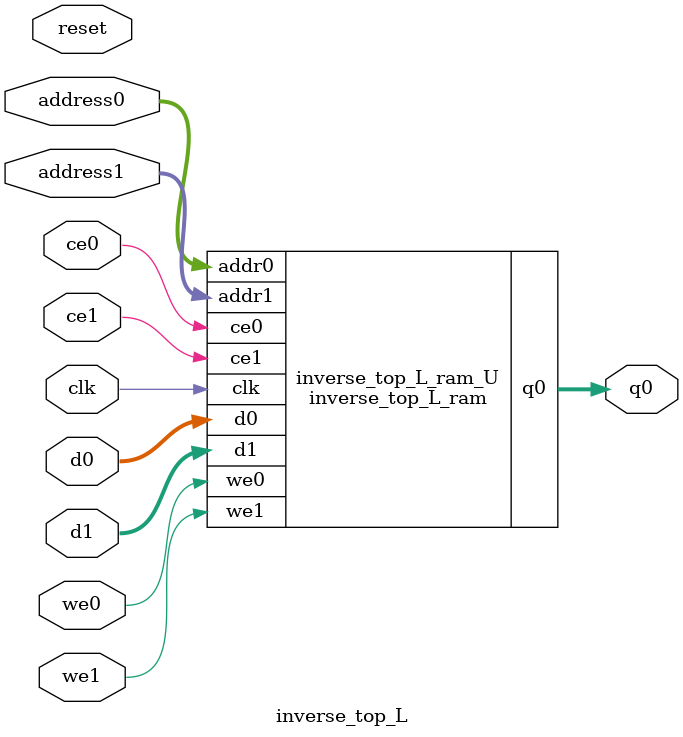
<source format=v>
`timescale 1 ns / 1 ps
module inverse_top_L_ram (addr0, ce0, d0, we0, q0, addr1, ce1, d1, we1,  clk);

parameter DWIDTH = 32;
parameter AWIDTH = 4;
parameter MEM_SIZE = 9;

input[AWIDTH-1:0] addr0;
input ce0;
input[DWIDTH-1:0] d0;
input we0;
output reg[DWIDTH-1:0] q0;
input[AWIDTH-1:0] addr1;
input ce1;
input[DWIDTH-1:0] d1;
input we1;
input clk;

(* ram_style = "block" *)reg [DWIDTH-1:0] ram[0:MEM_SIZE-1];




always @(posedge clk)  
begin 
    if (ce0) 
    begin
        if (we0) 
        begin 
            ram[addr0] <= d0; 
        end 
        q0 <= ram[addr0];
    end
end


always @(posedge clk)  
begin 
    if (ce1) 
    begin
        if (we1) 
        begin 
            ram[addr1] <= d1; 
        end 
    end
end


endmodule

`timescale 1 ns / 1 ps
module inverse_top_L(
    reset,
    clk,
    address0,
    ce0,
    we0,
    d0,
    q0,
    address1,
    ce1,
    we1,
    d1);

parameter DataWidth = 32'd32;
parameter AddressRange = 32'd9;
parameter AddressWidth = 32'd4;
input reset;
input clk;
input[AddressWidth - 1:0] address0;
input ce0;
input we0;
input[DataWidth - 1:0] d0;
output[DataWidth - 1:0] q0;
input[AddressWidth - 1:0] address1;
input ce1;
input we1;
input[DataWidth - 1:0] d1;



inverse_top_L_ram inverse_top_L_ram_U(
    .clk( clk ),
    .addr0( address0 ),
    .ce0( ce0 ),
    .we0( we0 ),
    .d0( d0 ),
    .q0( q0 ),
    .addr1( address1 ),
    .ce1( ce1 ),
    .we1( we1 ),
    .d1( d1 ));

endmodule


</source>
